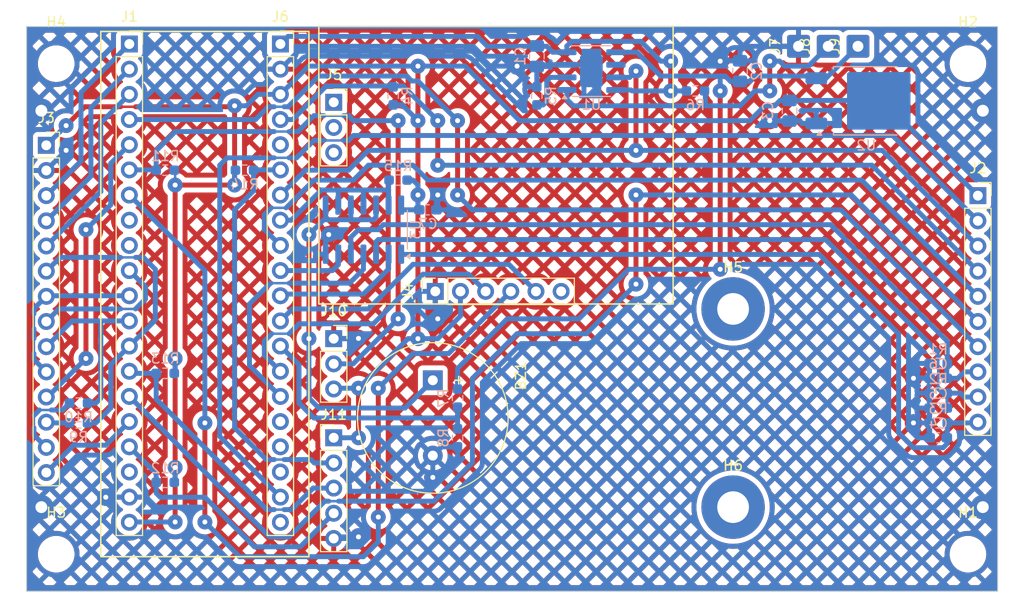
<source format=kicad_pcb>
(kicad_pcb (version 20221018) (generator pcbnew)
  (layers (0 "F.Cu" signal) (31 "B.Cu" signal) (34 "B.Paste" user) (35 "F.Paste" user) (36 "B.SilkS" user "B.Silkscreen") (37 "F.SilkS" user "F.Silkscreen") (38 "B.Mask" user) (39 "F.Mask" user) (44 "Edge.Cuts" user))
  (net 0 "")
  (net 1 "Net-(BZ1-+)")
  (net 3 "+5V")
  (net 4 "GND")
  (net 5 "Net-(J9-Pin_1)")
  (net 6 "+3V3")
  (net 7 "Net-(J2-Pin_10)")
  (net 8 "/TP_OUT")
  (net 9 "/TP_DIN")
  (net 10 "/TP_IRQ")
  (net 11 "/TP_CS")
  (net 12 "/ECG_LO+")
  (net 13 "/ECG_LO-")
  (net 15 "Net-(J2-Pin_9)")
  (net 16 "Net-(J2-Pin_8)")
  (net 17 "/POX_IRQ")
  (net 18 "/TMP")
  (net 20 "/POX_SCL")
  (net 21 "/SD_DAT0")
  (net 22 "/POX_SDA")
  (net 24 "/LED_B")
  (net 25 "/LED_R")
  (net 26 "/SD_CD")
  (net 27 "/SD_CMD")
  (net 28 "/TFT_DC")
  (net 29 "/SD_CLK")
  (net 30 "/BTN_UP")
  (net 31 "/BTN_OK")
  (net 32 "/BTN_DN")
  (net 33 "/TFT_CS")
  (net 34 "/TFT_RESET")
  (net 36 "/TFT_SDI")
  (net 37 "/TFT_SCK")
  (net 38 "/LED")
  (net 39 "/TFT_SDO")
  (net 40 "/ECG_RAW")
  (net 48 "Net-(U1-PROG)")
  (net 49 "Net-(J8-Pin_1)")
  (net 50 "/BUZZ")
  (net 51 "/BAT_V")
  (footprint "Connector_PinSocket_2.54mm:PinSocket_1x20_P2.54mm_Vertical" (layer "F.Cu") (at 126.62 73.27)
    (fp_text reference "J6")
    (fp_text value "Conn_01x20")
  )
  (footprint "Connector_PinSocket_2.54mm:PinSocket_1x20_P2.54mm_Vertical" (layer "F.Cu") (at 111.38 73.27)
    (fp_text reference "J1")
    (fp_text value "Conn_01x20")
  )
  (footprint "Connector_Wire:SolderWire-0.5sqmm_1x01_D0.9mm_OD2.3mm" (layer "F.Cu") (at 181.9 73.5 90)
    (fp_text reference "J8")
    (fp_text value "Conn_01x01")
  )
  (footprint "MountingHole:MountingHole_3.2mm_M3" (layer "F.Cu") (at 104 75.25)
    (fp_text reference "H4")
    (fp_text value "MountingHole")
  )
  (footprint "Connector_Wire:SolderWire-0.5sqmm_1x01_D0.9mm_OD2.3mm" (layer "F.Cu") (at 184.9 73.5 90)
    (fp_text reference "J9")
    (fp_text value "Conn_01x01")
  )
  (footprint "Connector_PinSocket_2.54mm:PinSocket_1x03_P2.54mm_Vertical" (layer "F.Cu") (at 132 79.15)
    (fp_text reference "J5")
    (fp_text value "Conn_01x03")
  )
  (footprint "Connector_PinHeader_2.54mm:PinHeader_1x05_P2.54mm_Vertical" (layer "F.Cu") (at 132 113)
    (fp_text reference "J11")
    (fp_text value "Conn_01x05")
  )
  (footprint "MountingHole:MountingHole_3.2mm_M3" (layer "F.Cu") (at 104 124.75)
    (fp_text reference "H3")
    (fp_text value "MountingHole")
  )
  (footprint "Connector_PinSocket_2.54mm:PinSocket_1x03_P2.54mm_Vertical" (layer "F.Cu") (at 132 103)
    (fp_text reference "J10")
    (fp_text value "Conn_01x03")
  )
  (footprint "Connector_PinSocket_2.54mm:PinSocket_1x10_P2.54mm_Vertical" (layer "F.Cu") (at 197 88.57)
    (fp_text reference "J2")
    (fp_text value "Conn_01x10")
  )
  (footprint "MountingHole:MountingHole_3.2mm_M3" (layer "F.Cu") (at 196 75.25)
    (fp_text reference "H2")
    (fp_text value "MountingHole")
  )
  (footprint "Buzzer_Beeper:Buzzer_15x7.5RM7.6" (layer "F.Cu") (at 142 107.2 -90)
    (fp_text reference "BZ1")
    (fp_text value "Buzzer")
  )
  (footprint "MountingHole:MountingHole_3.2mm_M3_Pad" (layer "F.Cu") (at 172.3 120)
    (fp_text reference "H6")
    (fp_text value "MountingHole")
  )
  (footprint "MountingHole:MountingHole_3.2mm_M3" (layer "F.Cu") (at 196 124.75)
    (fp_text reference "H1")
    (fp_text value "MountingHole")
  )
  (footprint "MountingHole:MountingHole_3.2mm_M3_Pad" (layer "F.Cu") (at 172.3 100)
    (fp_text reference "H5")
    (fp_text value "MountingHole")
  )
  (footprint "Connector_Wire:SolderWire-0.5sqmm_1x01_D0.9mm_OD2.3mm" (layer "F.Cu") (at 178.9 73.5 90)
    (fp_text reference "J7")
    (fp_text value "Conn_01x01")
  )
  (footprint "Connector_PinSocket_2.54mm:PinSocket_1x14_P2.54mm_Vertical" (layer "F.Cu") (at 103 83.49)
    (fp_text reference "J3")
    (fp_text value "Conn_01x14")
  )
  (footprint "Connector_PinSocket_2.54mm:PinSocket_1x06_P2.54mm_Vertical" (layer "F.Cu") (at 142.25 98.23 90)
    (fp_text reference "J4")
    (fp_text value "Conn_01x06")
  )
  (footprint "Resistor_SMD:R_0603_1608Metric_Pad0.98x0.95mm_HandSolder" (layer "B.Cu") (at 138 78.5 90)
    (fp_text reference "R4")
    (fp_text value "10k")
  )
  (footprint "Resistor_SMD:R_0603_1608Metric_Pad0.98x0.95mm_HandSolder" (layer "B.Cu") (at 115 86 180)
    (fp_text reference "R11")
    (fp_text value "4.7k")
  )
  (footprint "Resistor_SMD:R_0603_1608Metric_Pad0.98x0.95mm_HandSolder" (layer "B.Cu") (at 193 111.5 180)
    (fp_text reference "R3")
    (fp_text value "10k")
  )
  (footprint "Package_SO:SO-14_3.9x8.65mm_P1.27mm" (layer "B.Cu") (at 135 92 90)
    (fp_text reference "U3")
    (fp_text value "74HC14")
  )
  (footprint "Resistor_SMD:R_0603_1608Metric_Pad0.98x0.95mm_HandSolder" (layer "B.Cu") (at 193 105.5 180)
    (fp_text reference "R1")
    (fp_text value "10k")
  )
  (footprint "Capacitor_SMD:C_0805_2012Metric_Pad1.18x1.45mm_HandSolder" (layer "B.Cu") (at 178 80 -90)
    (fp_text reference "C3")
    (fp_text value "10u")
  )
  (footprint "Capacitor_SMD:C_0603_1608Metric_Pad1.08x0.95mm_HandSolder" (layer "B.Cu") (at 193 110 180)
    (fp_text reference "C5")
    (fp_text value "100n")
  )
  (footprint "Resistor_SMD:R_0603_1608Metric_Pad0.98x0.95mm_HandSolder" (layer "B.Cu") (at 123 86)
    (fp_text reference "R14")
    (fp_text value "10k")
  )
  (footprint "Resistor_SMD:R_0603_1608Metric_Pad0.98x0.95mm_HandSolder" (layer "B.Cu") (at 106.25 111.5)
    (fp_text reference "R9")
    (fp_text value "0R")
  )
  (footprint "Resistor_SMD:R_0603_1608Metric_Pad0.98x0.95mm_HandSolder" (layer "B.Cu") (at 168.5 78)
    (fp_text reference "R6")
    (fp_text value "68k")
  )
  (footprint "Capacitor_SMD:C_0603_1608Metric_Pad1.08x0.95mm_HandSolder" (layer "B.Cu") (at 193 113 180)
    (fp_text reference "C4")
    (fp_text value "100n")
  )
  (footprint "Package_SO:SOIC-8-1EP_3.9x4.9mm_P1.27mm_EP2.29x3mm" (layer "B.Cu") (at 158 76)
    (fp_text reference "U1")
    (fp_text value "TP4056")
  )
  (footprint "Package_TO_SOT_SMD:TO-252-2" (layer "B.Cu") (at 185.74 79)
    (fp_text reference "U2")
    (fp_text value "LM1117DT-3.3")
  )
  (footprint "Resistor_SMD:R_0603_1608Metric_Pad0.98x0.95mm_HandSolder" (layer "B.Cu") (at 115 117.5 180)
    (fp_text reference "R12")
    (fp_text value "10k")
  )
  (footprint "Resistor_SMD:R_0603_1608Metric_Pad0.98x0.95mm_HandSolder" (layer "B.Cu") (at 144.5 109 -90)
    (fp_text reference "R7")
    (fp_text value "10k")
  )
  (footprint "Capacitor_SMD:C_0603_1608Metric_Pad1.08x0.95mm_HandSolder" (layer "B.Cu") (at 141.5 90)
    (fp_text reference "C7")
    (fp_text value "100n")
  )
  (footprint "Capacitor_SMD:C_0805_2012Metric_Pad1.18x1.45mm_HandSolder" (layer "B.Cu") (at 173 76 90)
    (fp_text reference "C2")
    (fp_text value "10u")
  )
  (footprint "Resistor_SMD:R_0603_1608Metric_Pad0.98x0.95mm_HandSolder" (layer "B.Cu") (at 138.5 87 180)
    (fp_text reference "R15")
    (fp_text value "10k")
  )
  (footprint "Resistor_SMD:R_0603_1608Metric_Pad0.98x0.95mm_HandSolder" (layer "B.Cu") (at 115 106.5 180)
    (fp_text reference "R13")
    (fp_text value "10k")
  )
  (footprint "Resistor_SMD:R_0603_1608Metric_Pad0.98x0.95mm_HandSolder" (layer "B.Cu") (at 106.25 109.5)
    (fp_text reference "R10")
    (fp_text value "0R")
  )
  (footprint "Resistor_SMD:R_0603_1608Metric_Pad0.98x0.95mm_HandSolder" (layer "B.Cu") (at 193 108.5 180)
    (fp_text reference "R2")
    (fp_text value "10k")
  )
  (footprint "Resistor_SMD:R_0603_1608Metric_Pad0.98x0.95mm_HandSolder" (layer "B.Cu") (at 152.5 78.5 90)
    (fp_text reference "R5")
    (fp_text value "2.2k")
  )
  (footprint "Capacitor_SMD:C_0603_1608Metric_Pad1.08x0.95mm_HandSolder" (layer "B.Cu") (at 193 107 180)
    (fp_text reference "C6")
    (fp_text value "100n")
  )
  (footprint "Capacitor_SMD:C_0805_2012Metric_Pad1.18x1.45mm_HandSolder" (layer "B.Cu") (at 152.5 74.5 -90)
    (fp_text reference "C1")
    (fp_text value "10u")
  )
  (footprint "Resistor_SMD:R_0603_1608Metric_Pad0.98x0.95mm_HandSolder" (layer "B.Cu") (at 144.5 113 -90)
    (fp_text reference "R8")
    (fp_text value "10k")
  )
  (gr_rect (start 108.5 72) (end 129.5 125) (stroke (width 0.15)) (fill none) (layer "F.SilkS"))
  (gr_rect (start 130.5 71.5) (end 166.25 99.5) (stroke (width 0.15)) (fill none) (layer "F.SilkS"))
  (gr_rect locked (start 101 71.5) (end 199 128.5) (stroke (width 0.1)) (fill none) (layer "Edge.Cuts"))
  (segment (start 129.5 92.5) (end 129.5 103) (width 0.5) (layer "F.Cu") (net 1))
  (via (at 129.5 103) (size 1.5) (drill 0.5) (layers "F.Cu" "B.Cu") (net 1))
  (via (at 129.5 92.5) (size 1.5) (drill 0.5) (layers "F.Cu" "B.Cu") (net 1))
  (segment (start 139.2 110) (end 142 107.2) (width 0.5) (layer "B.Cu") (net 1))
  (segment (start 131.19 90.94) (end 131.19 89.525) (width 0.5) (layer "B.Cu") (net 1))
  (segment (start 130.5 110) (end 139.2 110) (width 0.5) (layer "B.Cu") (net 1))
  (segment (start 129.5 109) (end 130.5 110) (width 0.5) (layer "B.Cu") (net 1))
  (segment (start 131 91) (end 133.75 91) (width 0.5) (layer "B.Cu") (net 1))
  (segment (start 129.5 103) (end 129.5 109) (width 0.5) (layer "B.Cu") (net 1))
  (segment (start 129.5 92.5) (end 131 91) (width 0.5) (layer "B.Cu") (net 1))
  (segment (start 131.25 91) (end 131.19 90.94) (width 0.25) (layer "B.Cu") (net 1))
  (segment (start 136.27 89.525) (end 136.27 90.73) (width 0.5) (layer "B.Cu") (net 1))
  (segment (start 133.73 89.525) (end 133.73 90.98) (width 0.5) (layer "B.Cu") (net 1))
  (segment (start 136.27 90.73) (end 136 91) (width 0.5) (layer "B.Cu") (net 1))
  (segment (start 133.73 90.98) (end 133.75 91) (width 0.25) (layer "B.Cu") (net 1))
  (segment (start 136 91) (end 133.75 91) (width 0.5) (layer "B.Cu") (net 1))
  (segment (start 166 75) (end 166 78) (width 0.5) (layer "F.Cu") (net 3))
  (via (at 166 75) (size 1.5) (drill 0.5) (layers "F.Cu" "B.Cu") (net 3))
  (via (at 166 78) (size 1.5) (drill 0.5) (layers "F.Cu" "B.Cu") (net 3))
  (segment (start 152.5375 73.5) (end 153.5 73.5) (width 0.5) (layer "B.Cu") (net 3))
  (segment (start 166 78) (end 167.5875 78) (width 0.5) (layer "B.Cu") (net 3))
  (segment (start 152.4625 73.5) (end 147.5 73.5) (width 0.5) (layer "B.Cu") (net 3))
  (segment (start 156 73) (end 155.525 73.475) (width 0.5) (layer "B.Cu") (net 3))
  (segment (start 166 75) (end 165 75) (width 0.5) (layer "B.Cu") (net 3))
  (segment (start 155.525 74.095) (end 154.095 74.095) (width 0.5) (layer "B.Cu") (net 3))
  (segment (start 162.095 78) (end 162 77.905) (width 0.25) (layer "B.Cu") (net 3))
  (segment (start 165 75) (end 163 73) (width 0.5) (layer "B.Cu") (net 3))
  (segment (start 155.525 73.475) (end 155.525 74.095) (width 0.5) (layer "B.Cu") (net 3))
  (segment (start 163 73) (end 156 73) (width 0.5) (layer "B.Cu") (net 3))
  (segment (start 152.5 73.4625) (end 152.5375 73.5) (width 0.25) (layer "B.Cu") (net 3))
  (segment (start 162 77.905) (end 160.475 77.905) (width 0.5) (layer "B.Cu") (net 3))
  (segment (start 154.095 74.095) (end 153.5 73.5) (width 0.5) (layer "B.Cu") (net 3))
  (segment (start 127.39 72.5) (end 126.62 73.27) (width 0.5) (layer "B.Cu") (net 3))
  (segment (start 147.5 73.5) (end 146.5 72.5) (width 0.5) (layer "B.Cu") (net 3))
  (segment (start 146.5 72.5) (end 127.39 72.5) (width 0.5) (layer "B.Cu") (net 3))
  (segment (start 152.5 73.4625) (end 152.4625 73.5) (width 0.25) (layer "B.Cu") (net 3))
  (segment (start 166 78) (end 162.095 78) (width 0.5) (layer "B.Cu") (net 3))
  (via (at 102.5 120) (size 2) (drill 1.2) (layers "F.Cu" "B.Cu") (net 4))
  (via (at 105 84) (size 1.5) (drill 0.5) (layers "F.Cu" "B.Cu") (net 4))
  (via (at 197.5 80) (size 2) (drill 1.2) (layers "F.Cu" "B.Cu") (net 4))
  (via (at 102.5 80) (size 2) (drill 1.2) (layers "F.Cu" "B.Cu") (net 4))
  (via (at 109 119) (size 1.5) (drill 0.5) (layers "F.Cu" "B.Cu") (net 4))
  (via (at 197.5 120) (size 2) (drill 1.2) (layers "F.Cu" "B.Cu") (net 4))
  (via (at 134.5 123) (size 1.5) (drill 0.5) (layers "F.Cu" "B.Cu") (net 4))
  (via (at 176 81) (size 1.5) (drill 0.5) (layers "F.Cu" "B.Cu") (net 4))
  (via (at 171 75) (size 1.5) (drill 0.5) (layers "F.Cu" "B.Cu") (net 4))
  (via (at 142 117) (size 1.5) (drill 0.5) (layers "F.Cu" "B.Cu") (net 4))
  (via (at 190.5 111.5) (size 1.5) (drill 0.5) (layers "F.Cu" "B.Cu") (net 4))
  (via (at 150.5 75.5) (size 1.5) (drill 0.5) (layers "F.Cu" "B.Cu") (net 4))
  (via (at 134.5 102.975) (size 1.5) (drill 0.5) (layers "F.Cu" "B.Cu") (net 4))
  (via (at 190.5 107) (size 1.5) (drill 0.5) (layers "F.Cu" "B.Cu") (net 4))
  (via (at 131.5 92.5) (size 1.5) (drill 0.5) (layers "F.Cu" "B.Cu") (net 4))
  (via (at 142.5 101) (size 1.5) (drill 0.5) (layers "F.Cu" "B.Cu") (net 4))
  (via (at 142.5 88.5) (size 1.5) (drill 0.5) (layers "F.Cu" "B.Cu") (net 4))
  (segment (start 178 81.0375) (end 178.0375 81) (width 0.5) (layer "B.Cu") (net 4))
  (segment (start 179.28 81.28) (end 180.7 81.28) (width 0.5) (layer "B.Cu") (net 4))
  (segment (start 142.5 101) (end 142.5 100) (width 0.5) (layer "B.Cu") (net 4))
  (segment (start 131.19 92.81) (end 131.19 94.475) (width 0.5) (layer "B.Cu") (net 4))
  (segment (start 134.5 102.975) (end 132.025 102.975) (width 0.5) (layer "B.Cu") (net 4))
  (segment (start 142.25 99.75) (end 142.25 98.23) (width 0.5) (layer "B.Cu") (net 4))
  (segment (start 190.5 111.5) (end 192.0875 111.5) (width 0.25) (layer "B.Cu") (net 4))
  (segment (start 192.1375 110) (end 192.1375 113) (width 0.25) (layer "B.Cu") (net 4))
  (segment (start 176 81) (end 177.9625 81) (width 0.5) (layer "B.Cu") (net 4))
  (segment (start 146 74) (end 128.43 74) (width 0.5) (layer "B.Cu") (net 4))
  (segment (start 173 74) (end 173.5 73.5) (width 0.5) (layer "B.Cu") (net 4))
  (segment (start 190.5 107) (end 192.1375 107) (width 0.25) (layer "B.Cu") (net 4))
  (segment (start 132 123.16) (end 132.16 123) (width 0.25) (layer "B.Cu") (net 4))
  (segment (start 150.5 75.5) (end 147.5 75.5) (width 0.5) (layer "B.Cu") (net 4))
  (segment (start 144.5 113.9125) (end 142.8875 113.9125) (width 0.5) (layer "B.Cu") (net 4))
  (segment (start 142 114.8) (end 142 117) (width 0.5) (layer "B.Cu") (net 4))
  (segment (start 178.0375 81) (end 179 81) (width 0.5) (layer "B.Cu") (net 4))
  (segment (start 155.525 75.365) (end 157.365 75.365) (width 0.5) (layer "B.Cu") (net 4))
  (segment (start 171.5 75) (end 171.5375 74.9625) (width 0.5) (layer "B.Cu") (net 4))
  (segment (start 142.5 89.8625) (end 142.3625 90) (width 0.5) (layer "B.Cu") (net 4))
  (segment (start 103 86) (end 105 84) (width 0.5) (layer "B.Cu") (net 4))
  (segment (start 103 86.03) (end 103 86) (width 0.25) (layer "B.Cu") (net 4))
  (segment (start 142.5 100) (end 142.25 99.75) (width 0.5) (layer "B.Cu") (net 4))
  (segment (start 173.5 73.5) (end 178.9 73.5) (width 0.5) (layer "B.Cu") (net 4))
  (segment (start 179 81) (end 179.28 81.28) (width 0.5) (layer "B.Cu") (net 4))
  (segment (start 157.365 75.365) (end 158 76) (width 0.25) (layer "B.Cu") (net 4))
  (segment (start 142.8875 113.9125) (end 142 114.8) (width 0.5) (layer "B.Cu") (net 4))
  (segment (start 192.0875 105.5) (end 192.0875 108.5) (width 0.25) (layer "B.Cu") (net 4))
  (segment (start 152.6725 75.365) (end 155.525 75.365) (width 0.5) (layer "B.Cu") (net 4))
  (segment (start 173 74.9625) (end 173 74) (width 0.5) (layer "B.Cu") (net 4))
  (segment (start 132.16 123) (end 134.5 123) (width 0.5) (layer "B.Cu") (net 4))
  (segment (start 147.5 75.5) (end 146 74) (width 0.5) (layer "B.Cu") (net 4))
  (segment (start 142.5 88.5) (end 142.5 89.8625) (width 0.5) (layer "B.Cu") (net 4))
  (segment (start 152.5 75.5375) (end 152.6725 75.365) (width 0.5) (layer "B.Cu") (net 4))
  (segment (start 128.43 74) (end 126.62 75.81) (width 0.5) (layer "B.Cu") (net 4))
  (segment (start 152.5 77.5875) (end 152.5 75.5375) (width 0.5) (layer "B.Cu") (net 4))
  (segment (start 171 75) (end 171.5 75) (width 0.5) (layer "B.Cu") (net 4))
  (segment (start 109.01 118.99) (end 109 119) (width 0.25) (layer "B.Cu") (net 4))
  (segment (start 152.4625 75.5) (end 152.5 75.5375) (width 0.5) (layer "B.Cu") (net 4))
  (segment (start 111.38 118.99) (end 109.01 118.99) (width 0.5) (layer "B.Cu") (net 4))
  (segment (start 177.9625 81) (end 178 81.0375) (width 0.5) (layer "B.Cu") (net 4))
  (segment (start 171.5375 74.9625) (end 173 74.9625) (width 0.5) (layer "B.Cu") (net 4))
  (segment (start 150.5 75.5) (end 152.4625 75.5) (width 0.5) (layer "B.Cu") (net 4))
  (segment (start 131.5 92.5) (end 131.19 92.81) (width 0.5) (layer "B.Cu") (net 4))
  (segment (start 171 78) (end 171 96) (width 0.5) (layer "F.Cu") (net 5))
  (via (at 171 96) (size 1.5) (drill 0.5) (layers "F.Cu" "B.Cu") (net 5))
  (via (at 171 78) (size 1.5) (drill 0.5) (layers "F.Cu" "B.Cu") (net 5))
  (segment (start 173.9625 77.0375) (end 173 77.0375) (width 0.5) (layer "B.Cu") (net 5))
  (segment (start 184.9 73.5) (end 181.68 76.72) (width 0.5) (layer "B.Cu") (net 5))
  (segment (start 144.5 106) (end 144.5 108.0875) (width 0.5) (layer "B.Cu") (net 5))
  (segment (start 162.595 74.095) (end 160.475 74.095) (width 0.5) (layer "B.Cu") (net 5))
  (segment (start 171.5 76.5) (end 171 76.5) (width 0.5) (layer "B.Cu") (net 5))
  (segment (start 180.48 76.5) (end 174.5 76.5) (width 0.5) (layer "B.Cu") (net 5))
  (segment (start 171 76.5) (end 165 76.5) (width 0.5) (layer "B.Cu") (net 5))
  (segment (start 173 77.0375) (end 172.0375 77.0375) (width 0.5) (layer "B.Cu") (net 5))
  (segment (start 180.7 76.72) (end 180.48 76.5) (width 0.5) (layer "B.Cu") (net 5))
  (segment (start 149.5 101) (end 144.5 106) (width 0.5) (layer "B.Cu") (net 5))
  (segment (start 181.68 76.72) (end 180.7 76.72) (width 0.5) (layer "B.Cu") (net 5))
  (segment (start 171 76.5) (end 171 78) (width 0.5) (layer "B.Cu") (net 5))
  (segment (start 156.75 101) (end 149.5 101) (width 0.5) (layer "B.Cu") (net 5))
  (segment (start 161.75 96) (end 156.75 101) (width 0.5) (layer "B.Cu") (net 5))
  (segment (start 171 96) (end 161.75 96) (width 0.5) (layer "B.Cu") (net 5))
  (segment (start 174.5 76.5) (end 173.9625 77.0375) (width 0.5) (layer "B.Cu") (net 5))
  (segment (start 172.0375 77.0375) (end 171.5 76.5) (width 0.5) (layer "B.Cu") (net 5))
  (segment (start 165 76.5) (end 162.595 74.095) (width 0.5) (layer "B.Cu") (net 5))
  (segment (start 140.5 103) (end 140.5 81) (width 0.5) (layer "F.Cu") (net 6))
  (segment (start 122 79.5) (end 121.9 79.6) (width 0.5) (layer "F.Cu") (net 6))
  (segment (start 140.5 75.5) (end 140.5 81) (width 0.5) (layer "F.Cu") (net 6))
  (segment (start 106.9 79.6) (end 110.5 79.6) (width 0.5) (layer "F.Cu") (net 6))
  (segment (start 121.9 79.6) (end 112 79.6) (width 0.5) (layer "F.Cu") (net 6))
  (segment (start 105 81.5) (end 106.9 79.6) (width 0.5) (layer "F.Cu") (net 6))
  (segment (start 112 79.6) (end 110.5 79.6) (width 0.25) (layer "F.Cu") (net 6))
  (segment (start 122 79.5) (end 122 87.5) (width 0.5) (layer "F.Cu") (net 6))
  (segment (start 122 87.5) (end 116 87.5) (width 0.5) (layer "F.Cu") (net 6))
  (segment (start 116 116) (end 116 87.5) (width 0.5) (layer "F.Cu") (net 6))
  (segment (start 134.5 113) (end 134.5 108) (width 0.5) (layer "F.Cu") (net 6))
  (segment (start 116 116) (end 116 121.5) (width 0.5) (layer "F.Cu") (net 6))
  (via (at 140.5 103) (size 1.5) (drill 0.5) (layers "F.Cu" "B.Cu") (net 6))
  (via (at 116 121.5) (size 1.5) (drill 0.5) (layers "F.Cu" "B.Cu") (net 6))
  (via (at 116 116) (size 1.5) (drill 0.5) (layers "F.Cu" "B.Cu") (net 6))
  (via (at 134.5 113) (size 1.5) (drill 0.5) (layers "F.Cu" "B.Cu") (net 6))
  (via (at 116 87.5) (size 1.5) (drill 0.5) (layers "F.Cu" "B.Cu") (net 6))
  (via (at 122 79.5) (size 1.5) (drill 0.5) (layers "F.Cu" "B.Cu") (net 6))
  (via (at 140.5 75.5) (size 1.5) (drill 0.5) (layers "F.Cu" "B.Cu") (net 6))
  (via (at 116 105) (size 1.5) (drill 0.5) (layers "F.Cu" "B.Cu") (net 6))
  (via (at 140.5 81) (size 1.5) (drill 0.5) (layers "F.Cu" "B.Cu") (net 6))
  (via (at 134.5 108) (size 1.5) (drill 0.5) (layers "F.Cu" "B.Cu") (net 6))
  (via (at 140.5 88.5) (size 1.5) (drill 0.5) (layers "F.Cu" "B.Cu") (net 6))
  (via (at 122 87.5) (size 1.5) (drill 0.5) (layers "F.Cu" "B.Cu") (net 6))
  (via (at 105 81.5) (size 1.5) (drill 0.5) (layers "F.Cu" "B.Cu") (net 6))
  (segment (start 144.79 100.71) (end 144.79 98.23) (width 0.5) (layer "B.Cu") (net 6))
  (segment (start 122 87.5) (end 122 86.0875) (width 0.5) (layer "B.Cu") (net 6))
  (segment (start 132.08 108) (end 132 108.08) (width 0.25) (layer "B.Cu") (net 6))
  (segment (start 140.5 89.8625) (end 140.6375 90) (width 0.5) (layer "B.Cu") (net 6))
  (segment (start 132 113) (end 134.5 113) (width 0.5) (layer "B.Cu") (net 6))
  (segment (start 140.5 103) (end 142.5 103) (width 0.5) (layer "B.Cu") (net 6))
  (segment (start 129.47 75.5) (end 126.62 78.35) (width 0.5) (layer "B.Cu") (net 6))
  (segment (start 103 83.49) (end 103.01 83.49) (width 0.25) (layer "B.Cu") (net 6))
  (segment (start 116 117.4125) (end 116 116) (width 0.5) (layer "B.Cu") (net 6))
  (segment (start 139.5 103) (end 140.5 103) (width 0.5) (layer "B.Cu") (net 6))
  (segment (start 140.5 88.5) (end 140.5 87.5) (width 0.5) (layer "B.Cu") (net 6))
  (segment (start 122 79.5) (end 123.2 79.5) (width 0.5) (layer "B.Cu") (net 6))
  (segment (start 175.5 79.5) (end 174 81) (width 0.5) (layer "B.Cu") (net 6))
  (segment (start 178 78.9625) (end 177.0375 78.9625) (width 0.5) (layer "B.Cu") (net 6))
  (segment (start 145.25 75.5) (end 140.5 75.5) (width 0.5) (layer "B.Cu") (net 6))
  (segment (start 140.6375 90) (end 138.81 90) (width 0.5) (layer "B.Cu") (net 6))
  (segment (start 150.75 81) (end 145.25 75.5) (width 0.5) (layer "B.Cu") (net 6))
  (segment (start 138.81 90) (end 138.81 89.525) (width 0.5) (layer "B.Cu") (net 6))
  (segment (start 177.0375 78.9625) (end 176.5 79.5) (width 0.5) (layer "B.Cu") (net 6))
  (segment (start 197 88.57) (end 187.3925 78.9625) (width 0.5) (layer "B.Cu") (net 6))
  (segment (start 140.5 87.5) (end 140 87) (width 0.5) (layer "B.Cu") (net 6))
  (segment (start 116 106.4125) (end 116 105) (width 0.5) (layer "B.Cu") (net 6))
  (segment (start 142.5 103) (end 144.79 100.71) (width 0.5) (layer "B.Cu") (net 6))
  (segment (start 176.5 79.5) (end 175.5 79.5) (width 0.5) (layer "B.Cu") (net 6))
  (segment (start 115.9125 86) (end 116 86.0875) (width 0.25) (layer "B.Cu") (net 6))
  (segment (start 123.2 79.5) (end 124.35 78.35) (width 0.5) (layer "B.Cu") (net 6))
  (segment (start 103.01 83.49) (end 105 81.5) (width 0.5) (layer "B.Cu") (net 6))
  (segment (start 122 86.0875) (end 122.0875 86) (width 0.5) (layer "B.Cu") (net 6))
  (segment (start 111.41 121.5) (end 116 121.5) (width 0.5) (layer "B.Cu") (net 6))
  (segment (start 140 87) (end 139.4125 87) (width 0.5) (layer "B.Cu") (net 6))
  (segment (start 116 86.0875) (end 116 87.5) (width 0.25) (layer "B.Cu") (net 6))
  (segment (start 115.9125 117.5) (end 116 117.4125) (width 0.5) (layer "B.Cu") (net 6))
  (segment (start 140.5 75.5) (end 129.47 75.5) (width 0.5) (layer "B.Cu") (net 6))
  (segment (start 140.5 88.5) (end 140.5 89.8625) (width 0.5) (layer "B.Cu") (net 6))
  (segment (start 187 79) (end 186.9625 78.9625) (width 0.25) (layer "B.Cu") (net 6))
  (segment (start 187.3925 78.9625) (end 186.9625 78.9625) (width 0.5) (layer "B.Cu") (net 6))
  (segment (start 124.35 78.35) (end 126.62 78.35) (width 0.5) (layer "B.Cu") (net 6))
  (segment (start 140.5 81) (end 138.9125 79.4125) (width 0.5) (layer "B.Cu") (net 6))
  (segment (start 134.5 108) (end 139.5 103) (width 0.5) (layer "B.Cu") (net 6))
  (segment (start 111.38 121.53) (end 111.41 121.5) (width 0.25) (layer "B.Cu") (net 6))
  (segment (start 186.9625 78.9625) (end 178 78.9625) (width 0.5) (layer "B.Cu") (net 6))
  (segment (start 138.9125 79.4125) (end 138 79.4125) (width 0.5) (layer "B.Cu") (net 6))
  (segment (start 115.9125 106.5) (end 116 106.4125) (width 0.5) (layer "B.Cu") (net 6))
  (segment (start 134.5 108) (end 132.08 108) (width 0.5) (layer "B.Cu") (net 6))
  (segment (start 174 81) (end 150.75 81) (width 0.5) (layer "B.Cu") (net 6))
  (segment (start 196.93 111.5) (end 193.9125 111.5) (width 0.5) (layer "B.Cu") (net 7))
  (segment (start 190.5 114) (end 189 112.5) (width 0.5) (layer "B.Cu") (net 7))
  (segment (start 193.8625 113.6375) (end 193.5 114) (width 0.5) (layer "B.Cu") (net 7))
  (segment (start 193.9125 112.95) (end 193.9125 111.5) (width 0.5) (layer "B.Cu") (net 7))
  (segment (start 189 112.5) (end 189 102.5) (width 0.5) (layer "B.Cu") (net 7))
  (segment (start 189 102.5) (end 181 94.5) (width 0.5) (layer "B.Cu") (net 7))
  (segment (start 138.835 94.5) (end 138.81 94.475) (width 0.25) (layer "B.Cu") (net 7))
  (segment (start 181 94.5) (end 138.835 94.5) (width 0.5) (layer "B.Cu") (net 7))
  (segment (start 193.5 114) (end 190.5 114) (width 0.5) (layer "B.Cu") (net 7))
  (segment (start 193.8625 113) (end 193.8625 113.6375) (width 0.5) (layer "B.Cu") (net 7))
  (segment (start 197 111.43) (end 196.93 111.5) (width 0.5) (layer "B.Cu") (net 7))
  (segment (start 193.8625 113) (end 193.9125 112.95) (width 0.5) (layer "B.Cu") (net 7))
  (segment (start 102.015 112.985) (end 103 113.97) (width 0.5) (layer "B.Cu") (net 8))
  (segment (start 105.3375 109.5) (end 104.6375 110.2) (width 0.5) (layer "B.Cu") (net 8))
  (segment (start 101.75 112.72) (end 101.75 112) (width 0.5) (layer "B.Cu") (net 8))
  (segment (start 101.75 110.75) (end 101.75 112) (width 0.25) (layer "B.Cu") (net 8))
  (segment (start 102.3 110.2) (end 101.75 110.75) (width 0.5) (layer "B.Cu") (net 8))
  (segment (start 104.6375 110.2) (end 103.5 110.2) (width 0.5) (layer "B.Cu") (net 8))
  (segment (start 102.015 112.985) (end 101.75 112.72) (width 0.5) (layer "B.Cu") (net 8))
  (segment (start 103.5 110.2) (end 102.3 110.2) (width 0.25) (layer "B.Cu") (net 8))
  (segment (start 103.07 111.5) (end 103 111.43) (width 0.5) (layer "B.Cu") (net 9))
  (segment (start 105.3375 111.5) (end 103.07 111.5) (width 0.5) (layer "B.Cu") (net 9))
  (segment (start 105.76 113.75) (end 103 116.51) (width 0.5) (layer "B.Cu") (net 10))
  (segment (start 109 113.75) (end 105.76 113.75) (width 0.5) (layer "B.Cu") (net 10))
  (segment (start 111.38 111.37) (end 109 113.75) (width 0.5) (layer "B.Cu") (net 10))
  (segment (start 107 105) (end 107 92) (width 0.5) (layer "F.Cu") (net 11))
  (via (at 107 105) (size 1.5) (drill 0.5) (layers "F.Cu" "B.Cu") (net 11))
  (via (at 107 92) (size 1.5) (drill 0.5) (layers "F.Cu" "B.Cu") (net 11))
  (segment (start 107 92) (end 109.5 89.5) (width 0.5) (layer "B.Cu") (net 11))
  (segment (start 107 105) (end 103.11 108.89) (width 0.5) (layer "B.Cu") (net 11))
  (segment (start 109.5 89.5) (end 109.5 85.31) (width 0.5) (layer "B.Cu") (net 11))
  (segment (start 109.5 85.31) (end 111.38 83.43) (width 0.5) (layer "B.Cu") (net 11))
  (segment (start 103.11 108.89) (end 103 108.89) (width 0.5) (layer "B.Cu") (net 11))
  (segment (start 149.68 95.5) (end 140 95.5) (width 0.5) (layer "B.Cu") (net 12))
  (segment (start 135.5 100) (end 127.83 100) (width 0.5) (layer "B.Cu") (net 12))
  (segment (start 127.83 100) (end 126.62 101.21) (width 0.5) (layer "B.Cu") (net 12))
  (segment (start 140 95.5) (end 135.5 100) (width 0.5) (layer "B.Cu") (net 12))
  (segment (start 152.41 98.23) (end 149.68 95.5) (width 0.5) (layer "B.Cu") (net 12))
  (segment (start 136.5 108) (end 136.5 121) (width 0.5) (layer "F.Cu") (net 13))
  (segment (start 119 121.5) (end 119 111.5) (width 0.5) (layer "F.Cu") (net 13))
  (via (at 136.5 108) (size 1.5) (drill 0.5) (layers "F.Cu" "B.Cu") (net 13))
  (via (at 119 111.5) (size 1.5) (drill 0.5) (layers "F.Cu" "B.Cu") (net 13))
  (via (at 136.5 121) (size 1.5) (drill 0.5) (layers "F.Cu" "B.Cu") (net 13))
  (via (at 119 121.5) (size 1.5) (drill 0.5) (layers "F.Cu" "B.Cu") (net 13))
  (segment (start 136.5 123.5) (end 135 125) (width 0.5) (layer "B.Cu") (net 13))
  (segment (start 135 125) (end 122.5 125) (width 0.5) (layer "B.Cu") (net 13))
  (segment (start 122.5 125) (end 119 121.5) (width 0.5) (layer "B.Cu") (net 13))
  (segment (start 119 96.13) (end 111.38 88.51) (width 0.5) (layer "B.Cu") (net 13))
  (segment (start 119 111.5) (end 119 96.13) (width 0.5) (layer "B.Cu") (net 13))
  (segment (start 149.87 98.23) (end 143.6 104.5) (width 0.5) (layer "B.Cu") (net 13))
  (segment (start 140 104.5) (end 136.5 108) (width 0.5) (layer "B.Cu") (net 13))
  (segment (start 136.5 121) (end 136.5 123.5) (width 0.5) (layer "B.Cu") (net 13))
  (segment (start 143.6 104.5) (end 140 104.5) (width 0.5) (layer "B.Cu") (net 13))
  (segment (start 192.5625 103.9375) (end 181.625 93) (width 0.5) (layer "B.Cu") (net 15))
  (segment (start 193 108) (end 193.5 108.5) (width 0.5) (layer "B.Cu") (net 15))
  (segment (start 195.64 108.89) (end 195.25 108.5) (width 0.5) (layer "B.Cu") (net 15))
  (segment (start 193 108) (end 193 105) (width 0.25) (layer "B.Cu") (net 15))
  (segment (start 193.9125 109.95) (end 193.8625 110) (width 0.25) (layer "B.Cu") (net 15))
  (segment (start 193.9125 108.5) (end 193.9125 109.95) (width 0.25) (layer "B.Cu") (net 15))
  (segment (start 193.5 108.5) (end 193.9125 108.5) (width 0.5) (layer "B.Cu") (net 15))
  (segment (start 192.5625 103.9375) (end 193 104.375) (width 0.5) (layer "B.Cu") (net 15))
  (segment (start 193.8625 108.55) (end 193.9125 108.5) (width 0.25) (layer "B.Cu") (net 15))
  (segment (start 181.625 93) (end 136.5 93) (width 0.5) (layer "B.Cu") (net 15))
  (segment (start 136.5 93) (end 136.27 93.23) (width 0.5) (layer "B.Cu") (net 15))
  (segment (start 136.27 93.23) (end 136.27 94.475) (width 0.5) (layer "B.Cu") (net 15))
  (segment (start 195.25 108.5) (end 193.9125 108.5) (width 0.5) (layer "B.Cu") (net 15))
  (segment (start 193 104.375) (end 193 105) (width 0.5) (layer "B.Cu") (net 15))
  (segment (start 193.8625 110) (end 193.8625 108.55) (width 0.25) (layer "B.Cu") (net 15))
  (segment (start 197 108.89) (end 195.64 108.89) (width 0.5) (layer "B.Cu") (net 15))
  (segment (start 182.15 91.5) (end 193.9125 103.2625) (width 0.5) (layer "B.Cu") (net 16))
  (segment (start 195 107) (end 195.65 106.35) (width 0.5) (layer "B.Cu") (net 16))
  (segment (start 137 91.5) (end 182.15 91.5) (width 0.5) (layer "B.Cu") (net 16))
  (segment (start 136.5 92) (end 137 91.5) (width 0.5) (layer "B.Cu") (net 16))
  (segment (start 193.8625 105.55) (end 193.9125 105.5) (width 0.5) (layer "B.Cu") (net 16))
  (segment (start 134.5 92) (end 136.5 92) (width 0.5) (layer "B.Cu") (net 16))
  (segment (start 133.73 94.475) (end 133.73 92.77) (width 0.5) (layer "B.Cu") (net 16))
  (segment (start 193.8625 107) (end 193.8625 105.55) (width 0.5) (layer "B.Cu") (net 16))
  (segment (start 193.9125 105.5) (end 194 105.4125) (width 0.25) (layer "B.Cu") (net 16))
  (segment (start 195.65 106.35) (end 197 106.35) (width 0.5) (layer "B.Cu") (net 16))
  (segment (start 133.73 92.77) (end 134.5 92) (width 0.5) (layer "B.Cu") (net 16))
  (segment (start 193.8625 107) (end 195 107) (width 0.5) (layer "B.Cu") (net 16))
  (segment (start 193.9125 103.2625) (end 193.9125 105.5) (width 0.5) (layer "B.Cu") (net 16))
  (segment (start 128 115.2) (end 127.5 115.2) (width 0.5) (layer "B.Cu") (net 17))
  (segment (start 123.9425 85.97) (end 126.62 85.97) (width 0.5) (layer "B.Cu") (net 17))
  (segment (start 123.9125 86) (end 123.9125 88.0875) (width 0.5) (layer "B.Cu") (net 17))
  (segment (start 123.9125 86) (end 123.9425 85.97) (width 0.25) (layer "B.Cu") (net 17))
  (segment (start 128 115.2) (end 127 115.2) (width 0.5) (layer "B.Cu") (net 17))
  (segment (start 123.9125 88.0875) (end 122 90) (width 0.5) (layer "B.Cu") (net 17))
  (segment (start 122 112) (end 125 115) (width 0.5) (layer "B.Cu") (net 17))
  (segment (start 122 90) (end 122 112) (width 0.5) (layer "B.Cu") (net 17))
  (segment (start 125 115) (end 125.2 115.2) (width 0.5) (layer "B.Cu") (net 17))
  (segment (start 126 115.2) (end 127 115.2) (width 0.25) (layer "B.Cu") (net 17))
  (segment (start 130.04 115.54) (end 132 115.54) (width 0.5) (layer "B.Cu") (net 17))
  (segment (start 129.7 115.2) (end 128 115.2) (width 0.5) (layer "B.Cu") (net 17))
  (segment (start 127 115.2) (end 127.5 115.2) (width 0.25) (layer "B.Cu") (net 17))
  (segment (start 130.04 115.54) (end 129.7 115.2) (width 0.5) (layer "B.Cu") (net 17))
  (segment (start 125.2 115.2) (end 126 115.2) (width 0.5) (layer "B.Cu") (net 17))
  (segment (start 138.5 101) (end 138.5 81.5) (width 0.5) (layer "F.Cu") (net 18))
  (via (at 138.5 101) (size 1.5) (drill 0.5) (layers "F.Cu" "B.Cu") (net 18))
  (via (at 138.5 81) (size 1.5) (drill 0.5) (layers "F.Cu" "B.Cu") (net 18))
  (segment (start 115.5625 82.5625) (end 116.025 82.1) (width 0.5) (layer "B.Cu") (net 18))
  (segment (start 133 80.5) (end 131 80.5) (width 0.25) (layer "B.Cu") (net 18))
  (segment (start 115.5625 82.5625) (end 114.0875 84.0375) (width 0.5) (layer "B.Cu") (net 18))
  (segment (start 134 81) (end 133.5 80.5) (width 0.5) (layer "B.Cu") (net 18))
  (segment (start 129.5 81) (end 130 80.5) (width 0.5) (layer "B.Cu") (net 18))
  (segment (start 133.5 80.5) (end 133 80.5) (width 0.5) (layer "B.Cu") (net 18))
  (segment (start 133.96 105.54) (end 132 105.54) (width 0.5) (layer "B.Cu") (net 18))
  (segment (start 114.0575 85.97) (end 114.0875 86) (width 0.25) (layer "B.Cu") (net 18))
  (segment (start 130 80.5) (end 131 80.5) (width 0.5) (layer "B.Cu") (net 18))
  (segment (start 114.0875 84.0375) (end 114.0875 86) (width 0.5) (layer "B.Cu") (net 18))
  (segment (start 138.5 101) (end 133.96 105.54) (width 0.5) (layer "B.Cu") (net 18))
  (segment (start 116.025 82.1) (end 126 82.1) (width 0.5) (layer "B.Cu") (net 18))
  (segment (start 129.5 81) (end 129 81.5) (width 0.5) (layer "B.Cu") (net 18))
  (segment (start 138.5 81) (end 134 81) (width 0.5) (layer "B.Cu") (net 18))
  (segment (start 129 81.5) (end 128.4 82.1) (width 0.5) (layer "B.Cu") (net 18))
  (segment (start 111.38 85.97) (end 114.0575 85.97) (width 0.5) (layer "B.Cu") (net 18))
  (segment (start 127.5 82.1) (end 126 82.1) (width 0.25) (layer "B.Cu") (net 18))
  (segment (start 128.4 82.1) (end 127.5 82.1) (width 0.5) (layer "B.Cu") (net 18))
  (segment (start 111.59 106.5) (end 114.0875 106.5) (width 0.5) (layer "B.Cu") (net 20))
  (segment (start 114.0875 109.0875) (end 114.0875 106.5) (width 0.5) (layer "B.Cu") (net 20))
  (segment (start 128 120) (end 127.75 120.25) (width 0.5) (layer "B.Cu") (net 20))
  (segment (start 127.75 120.25) (end 127.5 120.25) (width 0.5) (layer "B.Cu") (net 20))
  (segment (start 129.92 118.08) (end 128 120) (width 0.5) (layer "B.Cu") (net 20))
  (segment (start 127 120.25) (end 126 120.25) (width 0.25) (layer "B.Cu") (net 20))
  (segment (start 111.38 106.29) (end 111.59 106.5) (width 0.5) (layer "B.Cu") (net 20))
  (segment (start 127.75 120.25) (end 127 120.25) (width 0.5) (layer "B.Cu") (net 20))
  (segment (start 125.25 120.25) (end 126 120.25) (width 0.5) (layer "B.Cu") (net 20))
  (segment (start 132 118.08) (end 129.92 118.08) (width 0.5) (layer "B.Cu") (net 20))
  (segment (start 127.5 120.25) (end 127 120.25) (width 0.25) (layer "B.Cu") (net 20))
  (segment (start 125 120) (end 125.25 120.25) (width 0.5) (layer "B.Cu") (net 20))
  (segment (start 125 120) (end 114.0875 109.0875) (width 0.5) (layer "B.Cu") (net 20))
  (segment (start 162.5 97.5) (end 162.5 88.5) (width 0.5) (layer "F.Cu") (net 21))
  (via (at 162.5 97.5) (size 1.5) (drill 0.5) (layers "F.Cu" "B.Cu") (net 21))
  (via (at 162.5 88.5) (size 1.5) (drill 0.5) (layers "F.Cu" "B.Cu") (net 21))
  (segment (start 142.1 119.4) (end 132.5 119.4) (width 0.5) (layer "B.Cu") (net 21))
  (segment (start 127.5 123) (end 125.55 123) (width 0.5) (layer "B.Cu") (net 21))
  (segment (start 157.5 102.5) (end 150.5 102.5) (width 0.5) (layer "B.Cu") (net 21))
  (segment (start 184.23 88.5) (end 197 101.27) (width 0.5) (layer "B.Cu") (net 21))
  (segment (start 142.75 118.75) (end 142.1 119.4) (width 0.5) (layer "B.Cu") (net 21))
  (segment (start 132.5 119.4) (end 131.5 119.4) (width 0.25) (layer "B.Cu") (net 21))
  (segment (start 150.5 102.5) (end 146 107) (width 0.5) (layer "B.Cu") (net 21))
  (segment (start 130.5 120) (end 131.1 119.4) (width 0.5) (layer "B.Cu") (net 21))
  (segment (start 162.5 88.5) (end 184.23 88.5) (width 0.5) (layer "B.Cu") (net 21))
  (segment (start 131.1 119.4) (end 131.5 119.4) (width 0.5) (layer "B.Cu") (net 21))
  (segment (start 130.5 120) (end 127.5 123) (width 0.5) (layer "B.Cu") (net 21))
  (segment (start 146 115.5) (end 142.75 118.75) (width 0.5) (layer "B.Cu") (net 21))
  (segment (start 162.5 97.5) (end 157.5 102.5) (width 0.5) (layer "B.Cu") (net 21))
  (segment (start 146 107) (end 146 115.5) (width 0.5) (layer "B.Cu") (net 21))
  (segment (start 125.55 123) (end 111.38 108.83) (width 0.5) (layer "B.Cu") (net 21))
  (segment (start 111.38 113.91) (end 114.0875 116.6175) (width 0.5) (layer "B.Cu") (net 22))
  (segment (start 114.0875 116.6175) (end 114.0875 118.5875) (width 0.5) (layer "B.Cu") (net 22))
  (segment (start 114.5 119) (end 119 119) (width 0.5) (layer "B.Cu") (net 22))
  (segment (start 124 124) (end 128.62 124) (width 0.5) (layer "B.Cu") (net 22))
  (segment (start 128.62 124) (end 132 120.62) (width 0.5) (layer "B.Cu") (net 22))
  (segment (start 119 119) (end 124 124) (width 0.5) (layer "B.Cu") (net 22))
  (segment (start 114.0875 118.5875) (end 114.5 119) (width 0.5) (layer "B.Cu") (net 22))
  (segment (start 120.5 112.87) (end 120.5 85.5) (width 0.5) (layer "B.Cu") (net 24))
  (segment (start 130 83) (end 131 83) (width 0.5) (layer "B.Cu") (net 24))
  (segment (start 128.25 84.75) (end 130 83) (width 0.5) (layer "B.Cu") (net 24))
  (segment (start 120.5 85.5) (end 121 85) (width 0.5) (layer "B.Cu") (net 24))
  (segment (start 126 84.75) (end 127.5 84.75) (width 0.25) (layer "B.Cu") (net 24))
  (segment (start 133.5 83) (end 133 83) (width 0.5) (layer "B.Cu") (net 24))
  (segment (start 127.5 84.75) (end 128.25 84.75) (width 0.5) (layer "B.Cu") (net 24))
  (segment (start 121.25 84.75) (end 126 84.75) (width 0.5) (layer "B.Cu") (net 24))
  (segment (start 188.39 82.5) (end 197 91.11) (width 0.5) (layer "B.Cu") (net 24))
  (segment (start 131 83) (end 133 83) (width 0.25) (layer "B.Cu") (net 24))
  (segment (start 126.62 118.99) (end 120.5 112.87) (width 0.5) (layer "B.Cu") (net 24))
  (segment (start 121 85) (end 121.25 84.75) (width 0.5) (layer "B.Cu") (net 24))
  (segment (start 134 82.5) (end 188.39 82.5) (width 0.5) (layer "B.Cu") (net 24))
  (segment (start 133.5 83) (end 134 82.5) (width 0.5) (layer "B.Cu") (net 24))
  (segment (start 162.5 84) (end 162.5 76) (width 0.5) (layer "F.Cu") (net 25))
  (via (at 162.5 84) (size 1.5) (drill 0.5) (layers "F.Cu" "B.Cu") (net 25))
  (via (at 162.5 76) (size 1.5) (drill 0.5) (layers "F.Cu" "B.Cu") (net 25))
  (segment (start 135.5 84) (end 187.35 84) (width 0.5) (layer "B.Cu") (net 25))
  (segment (start 161.865 76.635) (end 160.475 76.635) (width 0.5) (layer "B.Cu") (net 25))
  (segment (start 162.5 76) (end 161.865 76.635) (width 0.5) (layer "B.Cu") (net 25))
  (segment (start 126.62 88.51) (end 129.13 86) (width 0.5) (layer "B.Cu") (net 25))
  (segment (start 187.35 84) (end 197 93.65) (width 0.5) (layer "B.Cu") (net 25))
  (segment (start 129.13 86) (end 133.5 86) (width 0.5) (layer "B.Cu") (net 25))
  (segment (start 133.5 86) (end 135.5 84) (width 0.5) (layer "B.Cu") (net 25))
  (segment (start 142.5 85.5) (end 142.5 81) (width 0.5) (layer "F.Cu") (net 26))
  (via (at 142.5 81) (size 1.5) (drill 0.5) (layers "F.Cu" "B.Cu") (net 26))
  (via (at 142.5 85.5) (size 1.5) (drill 0.5) (layers "F.Cu" "B.Cu") (net 26))
  (segment (start 186.31 85.5) (end 197 96.19) (width 0.5) (layer "B.Cu") (net 26))
  (segment (start 139 77.5) (end 131.255 77.5) (width 0.5) (layer "B.Cu") (net 26))
  (segment (start 142.5 81) (end 139 77.5) (width 0.5) (layer "B.Cu") (net 26))
  (segment (start 131.255 77.5) (end 127.865 80.89) (width 0.5) (layer "B.Cu") (net 26))
  (segment (start 142.5 85.5) (end 186.31 85.5) (width 0.5) (layer "B.Cu") (net 26))
  (segment (start 127.865 80.89) (end 126.62 80.89) (width 0.5) (layer "B.Cu") (net 26))
  (segment (start 125 91.97) (end 125 90.5) (width 0.5) (layer "B.Cu") (net 27))
  (segment (start 125 90.5) (end 125.7 89.8) (width 0.5) (layer "B.Cu") (net 27))
  (segment (start 127.2 89.8) (end 130 87) (width 0.5) (layer "B.Cu") (net 27))
  (segment (start 126.62 93.59) (end 125 91.97) (width 0.5) (layer "B.Cu") (net 27))
  (segment (start 134 87) (end 135.5 85.5) (width 0.5) (layer "B.Cu") (net 27))
  (segment (start 130 87) (end 134 87) (width 0.5) (layer "B.Cu") (net 27))
  (segment (start 135.5 85.5) (end 140 85.5) (width 0.5) (layer "B.Cu") (net 27))
  (segment (start 140 85.5) (end 141.5 87) (width 0.5) (layer "B.Cu") (net 27))
  (segment (start 185.27 87) (end 197 98.73) (width 0.5) (layer "B.Cu") (net 27))
  (segment (start 141.5 87) (end 185.27 87) (width 0.5) (layer "B.Cu") (net 27))
  (segment (start 125.7 89.8) (end 127.2 89.8) (width 0.25) (layer "B.Cu") (net 27))
  (segment (start 111.38 78.35) (end 108.5 81.23) (width 0.5) (layer "B.Cu") (net 28))
  (segment (start 108.5 81.23) (end 108.5 88.15) (width 0.5) (layer "B.Cu") (net 28))
  (segment (start 108.5 88.15) (end 103 93.65) (width 0.5) (layer "B.Cu") (net 28))
  (segment (start 144.5 81.5) (end 144.5 88.5) (width 0.5) (layer "F.Cu") (net 29))
  (via (at 144.5 88.5) (size 1.5) (drill 0.5) (layers "F.Cu" "B.Cu") (net 29))
  (via (at 144.5 81) (size 1.5) (drill 0.5) (layers "F.Cu" "B.Cu") (net 29))
  (segment (start 144.5 88.5) (end 146 90) (width 0.5) (layer "B.Cu") (net 29))
  (segment (start 111.38 80.89) (end 124.11 80.89) (width 0.5) (layer "B.Cu") (net 29))
  (segment (start 183.19 90) (end 197 103.81) (width 0.5) (layer "B.Cu") (net 29))
  (segment (start 125.4 79.6) (end 126 79.6) (width 0.5) (layer "B.Cu") (net 29))
  (segment (start 146 90) (end 183.19 90) (width 0.5) (layer "B.Cu") (net 29))
  (segment (start 124.11 80.89) (end 125.4 79.6) (width 0.5) (layer "B.Cu") (net 29))
  (segment (start 127.4 79.6) (end 127 79.6) (width 0.5) (layer "B.Cu") (net 29))
  (segment (start 139.375 76.5) (end 130.5 76.5) (width 0.5) (layer "B.Cu") (net 29))
  (segment (start 130.5 76.5) (end 127.4 79.6) (width 0.5) (layer "B.Cu") (net 29))
  (segment (start 144.5 81) (end 140.5 77) (width 0.5) (layer "B.Cu") (net 29))
  (segment (start 140.5 77) (end 139.875 77) (width 0.5) (layer "B.Cu") (net 29))
  (segment (start 127 79.6) (end 126 79.6) (width 0.25) (layer "B.Cu") (net 29))
  (segment (start 139.875 77) (end 139.375 76.5) (width 0.5) (layer "B.Cu") (net 29))
  (segment (start 132.46 94.475) (end 132.46 95.54) (width 0.5) (layer "B.Cu") (net 30))
  (segment (start 131.87 96.13) (end 126.62 96.13) (width 0.5) (layer "B.Cu") (net 30))
  (segment (start 132.46 95.54) (end 131.87 96.13) (width 0.5) (layer "B.Cu") (net 30))
  (segment (start 135 96) (end 134 97) (width 0.5) (layer "B.Cu") (net 31))
  (segment (start 134 97) (end 133.6 97.4) (width 0.5) (layer "B.Cu") (net 31))
  (segment (start 125.6 97.4) (end 123.5 99.5) (width 0.5) (layer "B.Cu") (net 31))
  (segment (start 123.5 99.5) (end 123.5 105.71) (width 0.5) (layer "B.Cu") (net 31))
  (segment (start 123.5 105.71) (end 126.62 108.83) (width 0.5) (layer "B.Cu") (net 31))
  (segment (start 133.6 97.4) (end 127.5 97.4) (width 0.5) (layer "B.Cu") (net 31))
  (segment (start 135 94.475) (end 135 96) (width 0.5) (layer "B.Cu") (net 31))
  (segment (start 127.5 97.4) (end 125.6 97.4) (width 0.25) (layer "B.Cu") (net 31))
  (segment (start 137.54 95.96) (end 137.54 94.475) (width 0.5) (layer "B.Cu") (net 32))
  (segment (start 135 98.5) (end 137.54 95.96) (width 0.5) (layer "B.Cu") (net 32))
  (segment (start 126.79 98.5) (end 135 98.5) (width 0.5) (layer "B.Cu") (net 32))
  (segment (start 126.62 98.67) (end 126.79 98.5) (width 0.25) (layer "B.Cu") (net 32))
  (segment (start 106.5 78.15) (end 106.5 85.07) (width 0.5) (layer "B.Cu") (net 33))
  (segment (start 111.38 73.27) (end 106.5 78.15) (width 0.5) (layer "B.Cu") (net 33))
  (segment (start 106.5 85.07) (end 103 88.57) (width 0.5) (layer "B.Cu") (net 33))
  (segment (start 107.5 86.61) (end 103 91.11) (width 0.5) (layer "B.Cu") (net 34))
  (segment (start 111.38 75.81) (end 107.5 79.69) (width 0.5) (layer "B.Cu") (net 34))
  (segment (start 107.5 79.69) (end 107.5 86.61) (width 0.5) (layer "B.Cu") (net 34))
  (segment (start 109.5 110) (end 108 111.5) (width 0.5) (layer "B.Cu") (net 36))
  (segment (start 114 101.13) (end 114 96) (width 0.5) (layer "B.Cu") (net 36))
  (segment (start 112 94.8) (end 110.5 94.8) (width 0.25) (layer "B.Cu") (net 36))
  (segment (start 108 111.5) (end 107.1625 111.5) (width 0.5) (layer "B.Cu") (net 36))
  (segment (start 104.39 94.8) (end 110.5 94.8) (width 0.5) (layer "B.Cu") (net 36))
  (segment (start 111.38 103.75) (end 109.5 105.63) (width 0.5) (layer "B.Cu") (net 36))
  (segment (start 113.25 95.25) (end 112.8 94.8) (width 0.5) (layer "B.Cu") (net 36))
  (segment (start 109.5 105.63) (end 109.5 110) (width 0.5) (layer "B.Cu") (net 36))
  (segment (start 103.845 95.345) (end 103 96.19) (width 0.5) (layer "B.Cu") (net 36))
  (segment (start 112.8 94.8) (end 112 94.8) (width 0.5) (layer "B.Cu") (net 36))
  (segment (start 111.38 103.75) (end 114 101.13) (width 0.5) (layer "B.Cu") (net 36))
  (segment (start 114 96) (end 113.25 95.25) (width 0.5) (layer "B.Cu") (net 36))
  (segment (start 103.845 95.345) (end 104.39 94.8) (width 0.5) (layer "B.Cu") (net 36))
  (segment (start 101.75 103) (end 101.75 104.5) (width 0.25) (layer "B.Cu") (net 37))
  (segment (start 102.075 105.425) (end 101.75 105.1) (width 0.5) (layer "B.Cu") (net 37))
  (segment (start 101.75 105.1) (end 101.75 104.5) (width 0.5) (layer "B.Cu") (net 37))
  (segment (start 101.75 102) (end 101.75 103) (width 0.5) (layer "B.Cu") (net 37))
  (segment (start 101.75 100.5) (end 101.75 102) (width 0.25) (layer "B.Cu") (net 37))
  (segment (start 102.115 99.615) (end 101.75 99.98) (width 0.5) (layer "B.Cu") (net 37))
  (segment (start 102.075 105.425) (end 103 106.35) (width 0.5) (layer "B.Cu") (net 37))
  (segment (start 103 98.73) (end 102.115 99.615) (width 0.5) (layer "B.Cu") (net 37))
  (segment (start 111.38 98.67) (end 103.06 98.67) (width 0.5) (layer "B.Cu") (net 37))
  (segment (start 101.75 99.98) (end 101.75 100.5) (width 0.5) (layer "B.Cu") (net 37))
  (segment (start 103.06 98.67) (end 103 98.73) (width 0.25) (layer "B.Cu") (net 37))
  (segment (start 111.38 96.13) (end 113 97.75) (width 0.5) (layer "B.Cu") (net 38))
  (segment (start 113 99) (end 112 100) (width 0.5) (layer "B.Cu") (net 38))
  (segment (start 103.635 100.635) (end 103 101.27) (width 0.5) (layer "B.Cu") (net 38))
  (segment (start 113 97.75) (end 113 99) (width 0.5) (layer "B.Cu") (net 38))
  (segment (start 104.27 100) (end 110.5 100) (width 0.5) (layer "B.Cu") (net 38))
  (segment (start 112 100) (end 110.5 100) (width 0.25) (layer "B.Cu") (net 38))
  (segment (start 103.635 100.635) (end 104.27 100) (width 0.5) (layer "B.Cu") (net 38))
  (segment (start 108.5 101.21) (end 111.38 101.21) (width 0.5) (layer "B.Cu") (net 39))
  (segment (start 105.6 101.21) (end 103 103.81) (width 0.5) (layer "B.Cu") (net 39))
  (segment (start 108.5 109) (end 108.5 101.21) (width 0.5) (layer "B.Cu") (net 39))
  (segment (start 108 109.5) (end 108.5 109) (width 0.5) (layer "B.Cu") (net 39))
  (segment (start 108.5 101.21) (end 105.6 101.21) (width 0.5) (layer "B.Cu") (net 39))
  (segment (start 107.1625 109.5) (end 108 109.5) (width 0.5) (layer "B.Cu") (net 39))
  (segment (start 128.5 101.5) (end 127.5 102.5) (width 0.5) (layer "B.Cu") (net 40))
  (segment (start 127.5 102.5) (end 125.75 102.5) (width 0.25) (layer "B.Cu") (net 40))
  (segment (start 141 96.5) (end 136 101.5) (width 0.5) (layer "B.Cu") (net 40))
  (segment (start 136 101.5) (end 128.5 101.5) (width 0.5) (layer "B.Cu") (net 40))
  (segment (start 125 104.67) (end 126.62 106.29) (width 0.5) (layer "B.Cu") (net 40))
  (segment (start 145.6 96.5) (end 141 96.5) (width 0.5) (layer "B.Cu") (net 40))
  (segment (start 147.33 98.23) (end 145.6 96.5) (width 0.5) (layer "B.Cu") (net 40))
  (segment (start 125.75 102.5) (end 125 103.25) (width 0.5) (layer "B.Cu") (net 40))
  (segment (start 125 103.25) (end 125 104.67) (width 0.5) (layer "B.Cu") (net 40))
  (segment (start 153.13125 79.4125) (end 152.5 79.4125) (width 0.5) (layer "B.Cu") (net 48))
  (segment (start 153.865 76.635) (end 153.5 77) (width 0.5) (layer "B.Cu") (net 48))
  (segment (start 153.5 77) (end 153.5 79.04375) (width 0.5) (layer "B.Cu") (net 48))
  (segment (start 153.5 79.04375) (end 153.13125 79.4125) (width 0.5) (layer "B.Cu") (net 48))
  (segment (start 155.525 76.635) (end 153.865 76.635) (width 0.5) (layer "B.Cu") (net 48))
  (segment (start 176 75) (end 176 78) (width 0.5) (layer "F.Cu") (net 49))
  (via (at 176 75) (size 1.5) (drill 0.5) (layers "F.Cu" "B.Cu") (net 49))
  (via (at 176 78) (size 1.5) (drill 0.5) (layers "F.Cu" "B.Cu") (net 49))
  (segment (start 155.525 78.8425) (end 155.525 77.905) (width 0.5) (layer "B.Cu") (net 49))
  (segment (start 176 78) (end 174.5 78) (width 0.5) (layer "B.Cu") (net 49))
  (segment (start 169.4125 78) (end 169.5 78.0875) (width 0.25) (layer "B.Cu") (net 49))
  (segment (start 156.1825 79.5) (end 155.525 78.8425) (width 0.5) (layer "B.Cu") (net 49))
  (segment (start 174.5 78) (end 173 79.5) (width 0.5) (layer "B.Cu") (net 49))
  (segment (start 173 79.5) (end 169.5 79.5) (width 0.5) (layer "B.Cu") (net 49))
  (segment (start 179.9 75.5) (end 181.9 73.5) (width 0.5) (layer "B.Cu") (net 49))
  (segment (start 177 75) (end 176 75) (width 0.5) (layer "B.Cu") (net 49))
  (segment (start 169.5 78.0875) (end 169.5 79.5) (width 0.5) (layer "B.Cu") (net 49))
  (segment (start 177.5 75.5) (end 179.9 75.5) (width 0.5) (layer "B.Cu") (net 49))
  (segment (start 169.5 79.5) (end 156.1825 79.5) (width 0.5) (layer "B.Cu") (net 49))
  (segment (start 177 75) (end 177.5 75.5) (width 0.5) (layer "B.Cu") (net 49))
  (segment (start 127.7 91.05) (end 130.75 88) (width 0.5) (layer "B.Cu") (net 50))
  (segment (start 137.54 87.0475) (end 137.5875 87) (width 0.25) (layer "B.Cu") (net 50))
  (segment (start 132.46 89.525) (end 132.46 88.04) (width 0.5) (layer "B.Cu") (net 50))
  (segment (start 132.5 88) (end 135 88) (width 0.5) (layer "B.Cu") (net 50))
  (segment (start 135 88) (end 137.54 88) (width 0.5) (layer "B.Cu") (net 50))
  (segment (start 130.75 88) (end 132.5 88) (width 0.5) (layer "B.Cu") (net 50))
  (segment (start 126.62 91.05) (end 127.7 91.05) (width 0.5) (layer "B.Cu") (net 50))
  (segment (start 132.46 88.04) (end 132.5 88) (width 0.25) (layer "B.Cu") (net 50))
  (segment (start 135 89.525) (end 135 88) (width 0.5) (layer "B.Cu") (net 50))
  (segment (start 137.54 88) (end 137.54 89.525) (width 0.5) (layer "B.Cu") (net 50))
  (segment (start 137.54 88) (end 137.54 87.0475) (width 0.5) (layer "B.Cu") (net 50))
  (segment (start 126.62 103.75) (end 128.5 105.63) (width 0.5) (layer "B.Cu") (net 51))
  (segment (start 144.5 109.9125) (end 144.5 111) (width 0.5) (layer "B.Cu") (net 51))
  (segment (start 128.5 105.63) (end 128.5 109.5) (width 0.5) (layer "B.Cu") (net 51))
  (segment (start 144.5 111) (end 144.5 112.0875) (width 0.5) (layer "B.Cu") (net 51))
  (segment (start 128.5 109.5) (end 130 111) (width 0.5) (layer "B.Cu") (net 51))
  (segment (start 130 111) (end 144.5 111) (width 0.5) (layer "B.Cu") (net 51))
  (zone (net 4) (net_name "GND") (layer "F.Cu") (connect_pads (clearance 0.5)) (min_thickness 0.25) (fill yes (mode hatch) (thermal_gap 0.5) (thermal_bridge_width 0.5) (hatch_thickness 0.5) (hatch_gap 1) (hatch_orientation 45) (hatch_border_algorithm hatch_thickness) (hatch_min_hole_area 0.3))
    (polygon (pts (xy 101 71.5) (xy 199 71.5) (xy 199 128.5) (xy 101 128.5)))
  )
  (zone (net 4) (net_name "GND") (layer "B.Cu") (priority 1) (connect_pads (clearance 0.5)) (min_thickness 0.25) (fill yes (mode hatch) (thermal_gap 0.5) (thermal_bridge_width 0.5) (hatch_thickness 0.5) (hatch_gap 1) (hatch_orientation 45) (hatch_border_algorithm hatch_thickness) (hatch_min_hole_area 0.3))
    (polygon (pts (xy 101 71.5) (xy 199 71.5) (xy 199 128.5) (xy 101 128.5)))
  )
)
</source>
